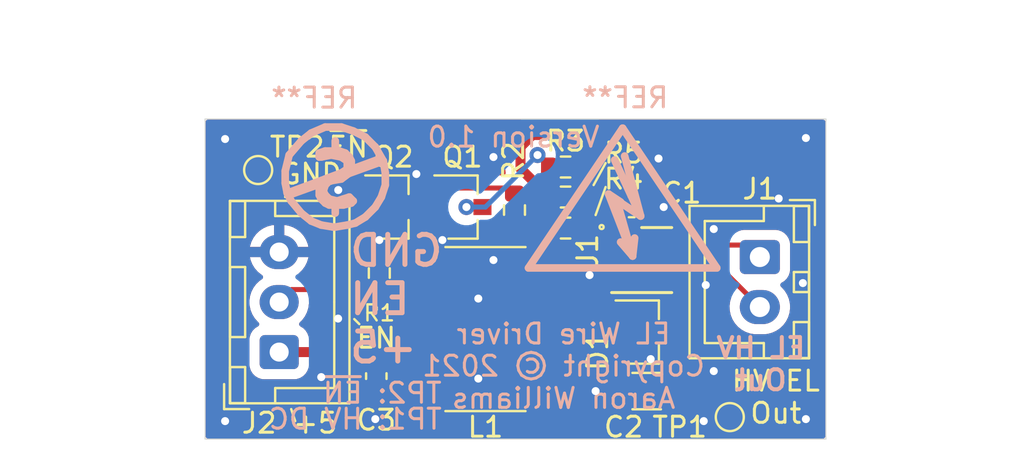
<source format=kicad_pcb>
(kicad_pcb (version 20221018) (generator pcbnew)
  (title_block (title "EL Driver") (date "2021-01-02") (rev "1.0") (company "Aaron Williams") (comment 1 "Copyright © 2021 Aaron Williams"))
  (layers (0 "F.Cu" signal) (31 "B.Cu" signal) (34 "B.Paste" user) (35 "F.Paste" user) (36 "B.SilkS" user "B.Silkscreen") (37 "F.SilkS" user "F.Silkscreen") (38 "B.Mask" user) (39 "F.Mask" user) (44 "Edge.Cuts" user))
  (net 0 "")
  (net 1 "+5V")
  (net 2 "/CS")
  (net 3 "Net-(D1-Pad2)")
  (net 4 "/SW")
  (net 5 "/EK_VB")
  (net 6 "/EL_VA")
  (net 7 "GND")
  (net 8 "/~{EN}")
  (net 9 "Net-(R3-Pad1)")
  (net 10 "Net-(R4-Pad1)")
  (net 11 "/EN")
  (net 12 "Net-(Q1-Pad3)")
  (footprint "Capacitor_SMD:C_0603_1608Metric" (layer "F.Cu") (at 90.3 52.4)
    (fp_text reference "C1" (at 2.5 -0.7) (layer "F.SilkS"))
    (fp_text value "2.2uF")
    (fp_line (start -0.14058 -0.51) (end 0.14058 -0.51) (stroke (width 0.12)) (layer "F.SilkS"))
    (fp_line (start -0.14058 0.51) (end 0.14058 0.51) (stroke (width 0.12)) (layer "F.SilkS"))
    (pad "1" smd roundrect (at -0.775 0) (size 0.9 0.95) (layers "F.Cu" "F.Paste" "F.Mask") (net 1 "+5V"))
    (pad "2" smd roundrect (at 0.775 0) (size 0.9 0.95) (layers "F.Cu" "F.Paste" "F.Mask") (net 7 "GND"))
  )
  (footprint "Capacitor_SMD:C_1206_3216Metric" (layer "F.Cu") (at 91.05 61.6 180)
    (fp_text reference "C2" (at 1.15 -1.8) (layer "F.SilkS"))
    (fp_text value "0.015uF 250V")
    (fp_line (start -0.711252 -0.91) (end 0.711252 -0.91) (stroke (width 0.12)) (layer "F.SilkS"))
    (fp_line (start -0.711252 0.91) (end 0.711252 0.91) (stroke (width 0.12)) (layer "F.SilkS"))
    (pad "1" smd roundrect (at -1.475 0 180) (size 1.15 1.8) (layers "F.Cu" "F.Paste" "F.Mask") (roundrect_rratio 0.217391) (net 2 "/CS"))
    (pad "2" smd roundrect (at 1.475 0 180) (size 1.15 1.8) (layers "F.Cu" "F.Paste" "F.Mask") (roundrect_rratio 0.217391) (net 7 "GND"))
  )
  (footprint "Package_TO_SOT_SMD:SOT-23" (layer "F.Cu") (at 90.9 58.65)
    (fp_text reference "D1" (at -2.3 0.95 90) (layer "F.SilkS"))
    (fp_text value "BAS20")
    (fp_line (start 0.76 -1.58) (end -1.4 -1.58) (stroke (width 0.12)) (layer "F.SilkS"))
    (fp_line (start 0.76 -1.58) (end 0.76 -0.65) (stroke (width 0.12)) (layer "F.SilkS"))
    (fp_line (start 0.76 1.58) (end -0.7 1.58) (stroke (width 0.12)) (layer "F.SilkS"))
    (fp_line (start 0.76 1.58) (end 0.76 0.65) (stroke (width 0.12)) (layer "F.SilkS"))
    (pad "1" smd rect (at -1 -0.95) (size 0.9 0.8) (layers "F.Cu" "F.Paste" "F.Mask") (net 4 "/SW"))
    (pad "2" smd rect (at -1 0.95) (size 0.9 0.8) (layers "F.Cu" "F.Paste" "F.Mask") (net 3 "Net-(D1-Pad2)"))
    (pad "3" smd rect (at 1 0) (size 0.9 0.8) (layers "F.Cu" "F.Paste" "F.Mask") (net 2 "/CS"))
  )
  (footprint "Connector_JST:JST_XH_B2B-XH-A_1x02_P2.50mm_Vertical" (layer "F.Cu") (at 96.7 54.9 -90)
    (fp_text reference "J1" (at -3.4 0 180) (layer "F.SilkS"))
    (fp_text value "Conn_01x02")
    (fp_line (start -2.85 -2.75) (end -2.85 -1.5) (stroke (width 0.12)) (layer "F.SilkS"))
    (fp_line (start -2.56 -2.46) (end -2.56 3.51) (stroke (width 0.12)) (layer "F.SilkS"))
    (fp_line (start -2.56 3.51) (end 5.06 3.51) (stroke (width 0.12)) (layer "F.SilkS"))
    (fp_line (start -2.55 -2.45) (end -2.55 -1.7) (stroke (width 0.12)) (layer "F.SilkS"))
    (fp_line (start -2.55 -1.7) (end -0.75 -1.7) (stroke (width 0.12)) (layer "F.SilkS"))
    (fp_line (start -2.55 -0.2) (end -1.8 -0.2) (stroke (width 0.12)) (layer "F.SilkS"))
    (fp_line (start -1.8 -0.2) (end -1.8 2.75) (stroke (width 0.12)) (layer "F.SilkS"))
    (fp_line (start -1.8 2.75) (end 1.25 2.75) (stroke (width 0.12)) (layer "F.SilkS"))
    (fp_line (start -1.6 -2.75) (end -2.85 -2.75) (stroke (width 0.12)) (layer "F.SilkS"))
    (fp_line (start -0.75 -2.45) (end -2.55 -2.45) (stroke (width 0.12)) (layer "F.SilkS"))
    (fp_line (start -0.75 -1.7) (end -0.75 -2.45) (stroke (width 0.12)) (layer "F.SilkS"))
    (fp_line (start 0.75 -2.45) (end 0.75 -1.7) (stroke (width 0.12)) (layer "F.SilkS"))
    (fp_line (start 0.75 -1.7) (end 1.75 -1.7) (stroke (width 0.12)) (layer "F.SilkS"))
    (fp_line (start 1.75 -2.45) (end 0.75 -2.45) (stroke (width 0.12)) (layer "F.SilkS"))
    (fp_line (start 1.75 -1.7) (end 1.75 -2.45) (stroke (width 0.12)) (layer "F.SilkS"))
    (fp_line (start 3.25 -2.45) (end 3.25 -1.7) (stroke (width 0.12)) (layer "F.SilkS"))
    (fp_line (start 3.25 -1.7) (end 5.05 -1.7) (stroke (width 0.12)) (layer "F.SilkS"))
    (fp_line (start 4.3 -0.2) (end 4.3 2.75) (stroke (width 0.12)) (layer "F.SilkS"))
    (fp_line (start 4.3 2.75) (end 1.25 2.75) (stroke (width 0.12)) (layer "F.SilkS"))
    (fp_line (start 5.05 -2.45) (end 3.25 -2.45) (stroke (width 0.12)) (layer "F.SilkS"))
    (fp_line (start 5.05 -1.7) (end 5.05 -2.45) (stroke (width 0.12)) (layer "F.SilkS"))
    (fp_line (start 5.05 -0.2) (end 4.3 -0.2) (stroke (width 0.12)) (layer "F.SilkS"))
    (fp_line (start 5.06 -2.46) (end -2.56 -2.46) (stroke (width 0.12)) (layer "F.SilkS"))
    (fp_line (start 5.06 3.51) (end 5.06 -2.46) (stroke (width 0.12)) (layer "F.SilkS"))
    (pad "1" thru_hole roundrect (at 0 0 270) (size 1.7 2) (drill 1) (layers "*.Cu" "*.Mask") (roundrect_rratio 0.147059) (net 6 "/EL_VA"))
    (pad "2" thru_hole oval (at 2.5 0 270) (size 1.7 2) (drill 1) (layers "*.Cu" "*.Mask") (net 5 "/EK_VB"))
  )
  (footprint "Resistor_SMD:R_0603_1608Metric" (layer "F.Cu") (at 77.7 55.7 -90)
    (fp_text reference "R1" (at 2 0 180) (layer "F.SilkS") (effects (font (size 0.8 0.8) (thickness 0.12))))
    (fp_text value "1M")
    (fp_line (start -0.237258 -0.5225) (end 0.237258 -0.5225) (stroke (width 0.12)) (layer "F.SilkS"))
    (fp_line (start -0.237258 0.5225) (end 0.237258 0.5225) (stroke (width 0.12)) (layer "F.SilkS"))
    (pad "1" smd roundrect (at -0.825 0 270) (size 0.8 0.95) (layers "F.Cu" "F.Paste" "F.Mask") (net 7 "GND"))
    (pad "2" smd roundrect (at 0.825 0 270) (size 0.8 0.95) (layers "F.Cu" "F.Paste" "F.Mask") (net 11 "/EN"))
  )
  (footprint "Resistor_SMD:R_0603_1608Metric" (layer "F.Cu") (at 87 50.4 180)
    (fp_text reference "R3" (at 0 1.3) (layer "F.SilkS"))
    (fp_text value "309K")
    (fp_line (start -0.237258 -0.5225) (end 0.237258 -0.5225) (stroke (width 0.12)) (layer "F.SilkS"))
    (fp_line (start -0.237258 0.5225) (end 0.237258 0.5225) (stroke (width 0.12)) (layer "F.SilkS"))
    (pad "1" smd roundrect (at -0.825 0 180) (size 0.8 0.95) (layers "F.Cu" "F.Paste" "F.Mask") (net 9 "Net-(R3-Pad1)"))
    (pad "2" smd roundrect (at 0.825 0 180) (size 0.8 0.95) (layers "F.Cu" "F.Paste" "F.Mask") (net 12 "Net-(Q1-Pad3)"))
  )
  (footprint "Resistor_SMD:R_0603_1608Metric" (layer "F.Cu") (at 87 53.45 180)
    (fp_text reference "R4" (at -2.9 2.45 180) (layer "F.SilkS"))
    (fp_text value "1.69M")
    (fp_line (start -0.237258 -0.5225) (end 0.237258 -0.5225) (stroke (width 0.12)) (layer "F.SilkS"))
    (fp_line (start -0.237258 0.5225) (end 0.237258 0.5225) (stroke (width 0.12)) (layer "F.SilkS"))
    (pad "1" smd roundrect (at -0.825 0 180) (size 0.8 0.95) (layers "F.Cu" "F.Paste" "F.Mask") (net 10 "Net-(R4-Pad1)"))
    (pad "2" smd roundrect (at 0.825 0 180) (size 0.8 0.95) (layers "F.Cu" "F.Paste" "F.Mask") (net 1 "+5V"))
  )
  (footprint "Package_DFN_QFN:DFN-8-1EP_3x3mm_P0.5mm_EP1.66x2.38mm" (layer "F.Cu") (at 90.8 55.05)
    (fp_text reference "U1" (at -2.7 -0.3 90) (layer "F.SilkS"))
    (fp_text value "MIC4832")
    (fp_line (start -1.5 1.625) (end 1.5 1.625) (stroke (width 0.15)) (layer "F.SilkS"))
    (fp_line (start 0 -1.625) (end 1.5 -1.625) (stroke (width 0.15)) (layer "F.SilkS"))
    (pad "1" smd rect (at -1.4 -0.75) (size 0.7 0.25) (layers "F.Cu" "F.Paste" "F.Mask") (net 1 "+5V"))
    (pad "2" smd rect (at -1.4 -0.25) (size 0.7 0.25) (layers "F.Cu" "F.Paste" "F.Mask") (net 9 "Net-(R3-Pad1)"))
    (pad "3" smd rect (at -1.4 0.25) (size 0.7 0.25) (layers "F.Cu" "F.Paste" "F.Mask") (net 10 "Net-(R4-Pad1)"))
    (pad "4" smd rect (at -1.4 0.75) (size 0.7 0.25) (layers "F.Cu" "F.Paste" "F.Mask") (net 7 "GND"))
    (pad "5" smd rect (at 1.4 0.75) (size 0.7 0.25) (layers "F.Cu" "F.Paste" "F.Mask") (net 4 "/SW"))
    (pad "6" smd rect (at 1.4 0.25) (size 0.7 0.25) (layers "F.Cu" "F.Paste" "F.Mask") (net 2 "/CS"))
    (pad "7" smd rect (at 1.4 -0.25) (size 0.7 0.25) (layers "F.Cu" "F.Paste" "F.Mask") (net 5 "/EK_VB"))
    (pad "8" smd rect (at 1.4 -0.75) (size 0.7 0.25) (layers "F.Cu" "F.Paste" "F.Mask") (net 6 "/EL_VA"))
    (pad "9" smd rect (at 0 0) (size 1.66 2.38) (layers "F.Cu" "F.Mask"))
  )
  (footprint "Inductor_SMD:L_Bourns_SRN8040TA" (layer "F.Cu") (at 83 58.5)
    (fp_text reference "L1" (at 0 4.9 180) (layer "F.SilkS"))
    (fp_text value "220uH")
    (fp_line (start 2 -4.1) (end -2 -4.1) (stroke (width 0.12)) (layer "F.SilkS"))
    (fp_line (start 2 4.1) (end -2 4.1) (stroke (width 0.12)) (layer "F.SilkS"))
    (pad "1" smd rect (at -2.825 0 270) (size 6.6 2.85) (layers "F.Cu" "F.Paste" "F.Mask") (net 1 "+5V"))
    (pad "2" smd rect (at 2.825 0 270) (size 6.6 2.85) (layers "F.Cu" "F.Paste" "F.Mask") (net 4 "/SW"))
  )
  (footprint "Connector_JST:JST_XH_B3B-XH-A_1x03_P2.50mm_Vertical" (layer "F.Cu") (at 72.7 59.65 90)
    (fp_text reference "J2" (at -3.55 -1 180) (layer "F.SilkS"))
    (fp_text value "Conn_01x03")
    (fp_line (start -2.85 -2.75) (end -2.85 -1.5) (stroke (width 0.12)) (layer "F.SilkS"))
    (fp_line (start -2.56 -2.46) (end -2.56 3.51) (stroke (width 0.12)) (layer "F.SilkS"))
    (fp_line (start -2.56 3.51) (end 7.56 3.51) (stroke (width 0.12)) (layer "F.SilkS"))
    (fp_line (start -2.55 -2.45) (end -2.55 -1.7) (stroke (width 0.12)) (layer "F.SilkS"))
    (fp_line (start -2.55 -1.7) (end -0.75 -1.7) (stroke (width 0.12)) (layer "F.SilkS"))
    (fp_line (start -2.55 -0.2) (end -1.8 -0.2) (stroke (width 0.12)) (layer "F.SilkS"))
    (fp_line (start -1.8 -0.2) (end -1.8 2.75) (stroke (width 0.12)) (layer "F.SilkS"))
    (fp_line (start -1.8 2.75) (end 2.5 2.75) (stroke (width 0.12)) (layer "F.SilkS"))
    (fp_line (start -1.6 -2.75) (end -2.85 -2.75) (stroke (width 0.12)) (layer "F.SilkS"))
    (fp_line (start -0.75 -2.45) (end -2.55 -2.45) (stroke (width 0.12)) (layer "F.SilkS"))
    (fp_line (start -0.75 -1.7) (end -0.75 -2.45) (stroke (width 0.12)) (layer "F.SilkS"))
    (fp_line (start 0.75 -2.45) (end 0.75 -1.7) (stroke (width 0.12)) (layer "F.SilkS"))
    (fp_line (start 0.75 -1.7) (end 4.25 -1.7) (stroke (width 0.12)) (layer "F.SilkS"))
    (fp_line (start 4.25 -2.45) (end 0.75 -2.45) (stroke (width 0.12)) (layer "F.SilkS"))
    (fp_line (start 4.25 -1.7) (end 4.25 -2.45) (stroke (width 0.12)) (layer "F.SilkS"))
    (fp_line (start 5.75 -2.45) (end 5.75 -1.7) (stroke (width 0.12)) (layer "F.SilkS"))
    (fp_line (start 5.75 -1.7) (end 7.55 -1.7) (stroke (width 0.12)) (layer "F.SilkS"))
    (fp_line (start 6.8 -0.2) (end 6.8 2.75) (stroke (width 0.12)) (layer "F.SilkS"))
    (fp_line (start 6.8 2.75) (end 2.5 2.75) (stroke (width 0.12)) (layer "F.SilkS"))
    (fp_line (start 7.55 -2.45) (end 5.75 -2.45) (stroke (width 0.12)) (layer "F.SilkS"))
    (fp_line (start 7.55 -1.7) (end 7.55 -2.45) (stroke (width 0.12)) (layer "F.SilkS"))
    (fp_line (start 7.55 -0.2) (end 6.8 -0.2) (stroke (width 0.12)) (layer "F.SilkS"))
    (fp_line (start 7.56 -2.46) (end -2.56 -2.46) (stroke (width 0.12)) (layer "F.SilkS"))
    (fp_line (start 7.56 3.51) (end 7.56 -2.46) (stroke (width 0.12)) (layer "F.SilkS"))
    (pad "1" thru_hole roundrect (at 0 0 90) (size 1.7 1.95) (drill 0.95) (layers "*.Cu" "*.Mask") (roundrect_rratio 0.147059) (net 1 "+5V"))
    (pad "2" thru_hole oval (at 2.5 0 90) (size 1.7 1.95) (drill 0.95) (layers "*.Cu" "*.Mask") (net 11 "/EN"))
    (pad "3" thru_hole oval (at 5 0 90) (size 1.7 1.95) (drill 0.95) (layers "*.Cu" "*.Mask") (net 7 "GND"))
  )
  (footprint "TestPoint:TestPoint_Pad_D1.0mm" (layer "F.Cu") (at 95.2 62.9)
    (fp_text reference "TP1" (at -2.5 0.5) (layer "F.SilkS"))
    (fp_text value "TestPoint_Small")
    (fp_circle (center 0 0) (end 0 0.7) (stroke (width 0.12)) (fill none) (layer "F.SilkS"))
    (pad "1" smd circle (at 0 0) (size 1 1) (layers "F.Cu" "F.Mask") (net 2 "/CS"))
  )
  (footprint "Package_TO_SOT_SMD:SOT-23" (layer "F.Cu") (at 81.85 52.4)
    (fp_text reference "Q1" (at 0 -2.5) (layer "F.SilkS"))
    (fp_text value "BSS138")
    (fp_line (start 0.76 -1.58) (end -1.4 -1.58) (stroke (width 0.12)) (layer "F.SilkS"))
    (fp_line (start 0.76 -1.58) (end 0.76 -0.65) (stroke (width 0.12)) (layer "F.SilkS"))
    (fp_line (start 0.76 1.58) (end -0.7 1.58) (stroke (width 0.12)) (layer "F.SilkS"))
    (fp_line (start 0.76 1.58) (end 0.76 0.65) (stroke (width 0.12)) (layer "F.SilkS"))
    (pad "1" smd rect (at -1 -0.95) (size 0.9 0.8) (layers "F.Cu" "F.Paste" "F.Mask") (net 8 "/~{EN}"))
    (pad "2" smd rect (at -1 0.95) (size 0.9 0.8) (layers "F.Cu" "F.Paste" "F.Mask") (net 7 "GND"))
    (pad "3" smd rect (at 1 0) (size 0.9 0.8) (layers "F.Cu" "F.Paste" "F.Mask") (net 12 "Net-(Q1-Pad3)"))
  )
  (footprint "Package_TO_SOT_SMD:SOT-23" (layer "F.Cu") (at 78.4 52.4)
    (fp_text reference "Q2" (at 0 -2.5) (layer "F.SilkS"))
    (fp_text value "BSS138")
    (fp_line (start 0.76 -1.58) (end -1.4 -1.58) (stroke (width 0.12)) (layer "F.SilkS"))
    (fp_line (start 0.76 -1.58) (end 0.76 -0.65) (stroke (width 0.12)) (layer "F.SilkS"))
    (fp_line (start 0.76 1.58) (end -0.7 1.58) (stroke (width 0.12)) (layer "F.SilkS"))
    (fp_line (start 0.76 1.58) (end 0.76 0.65) (stroke (width 0.12)) (layer "F.SilkS"))
    (pad "1" smd rect (at -1 -0.95) (size 0.9 0.8) (layers "F.Cu" "F.Paste" "F.Mask") (net 11 "/EN"))
    (pad "2" smd rect (at -1 0.95) (size 0.9 0.8) (layers "F.Cu" "F.Paste" "F.Mask") (net 7 "GND"))
    (pad "3" smd rect (at 1 0) (size 0.9 0.8) (layers "F.Cu" "F.Paste" "F.Mask") (net 8 "/~{EN}"))
  )
  (footprint "Resistor_SMD:R_0603_1608Metric" (layer "F.Cu") (at 84.45 52.55 -90)
    (fp_text reference "R2" (at -2.45 0.05 270) (layer "F.SilkS"))
    (fp_text value "1M")
    (fp_line (start -0.237258 -0.5225) (end 0.237258 -0.5225) (stroke (width 0.12)) (layer "F.SilkS"))
    (fp_line (start -0.237258 0.5225) (end 0.237258 0.5225) (stroke (width 0.12)) (layer "F.SilkS"))
    (pad "1" smd roundrect (at -0.825 0 270) (size 0.8 0.95) (layers "F.Cu" "F.Paste" "F.Mask") (net 8 "/~{EN}"))
    (pad "2" smd roundrect (at 0.825 0 270) (size 0.8 0.95) (layers "F.Cu" "F.Paste" "F.Mask") (net 1 "+5V"))
  )
  (footprint "TestPoint:TestPoint_Pad_D1.0mm" (layer "F.Cu") (at 71.65 50.55)
    (fp_text reference "TP2" (at 1.95 -1.15) (layer "F.SilkS"))
    (fp_text value "TestPoint")
    (fp_circle (center 0 0) (end 0 0.7) (stroke (width 0.12)) (fill none) (layer "F.SilkS"))
    (pad "1" smd circle (at 0 0) (size 1 1) (layers "F.Cu" "F.Mask") (net 8 "/~{EN}"))
  )
  (footprint "Resistor_SMD:R_0603_1608Metric" (layer "F.Cu") (at 87 51.9 180)
    (fp_text reference "R5" (at -2.9 2.2) (layer "F.SilkS"))
    (fp_text value "1K")
    (fp_line (start -0.237258 -0.5225) (end 0.237258 -0.5225) (stroke (width 0.12)) (layer "F.SilkS"))
    (fp_line (start -0.237258 0.5225) (end 0.237258 0.5225) (stroke (width 0.12)) (layer "F.SilkS"))
    (pad "1" smd roundrect (at -0.825 0 180) (size 0.8 0.95) (layers "F.Cu" "F.Paste" "F.Mask") (net 12 "Net-(Q1-Pad3)"))
    (pad "2" smd roundrect (at 0.825 0 180) (size 0.8 0.95) (layers "F.Cu" "F.Paste" "F.Mask") (net 1 "+5V"))
  )
  (footprint "Capacitor_SMD:C_0603_1608Metric" (layer "F.Cu") (at 77.55 60.85 -90)
    (fp_text reference "C3" (at 2.2 0 180) (layer "F.SilkS"))
    (fp_text value "10uF")
    (fp_line (start -0.14058 -0.51) (end 0.14058 -0.51) (stroke (width 0.12)) (layer "F.SilkS"))
    (fp_line (start -0.14058 0.51) (end 0.14058 0.51) (stroke (width 0.12)) (layer "F.SilkS"))
    (pad "1" smd roundrect (at -0.775 0 270) (size 0.9 0.95) (layers "F.Cu" "F.Paste" "F.Mask") (net 1 "+5V"))
    (pad "2" smd roundrect (at 0.775 0 270) (size 0.9 0.95) (layers "F.Cu" "F.Paste" "F.Mask") (net 7 "GND"))
  )
  (footprint "Aaron:Symbol_CC-Noncommercial_SilkscreenTop_Small" (layer "B.Cu") (at 75.5 50.9)
    (fp_text reference "REF**" (at -1.05 -3.95) (layer "B.SilkS") (effects (justify mirror)))
    (fp_text value "Symbol_CC-Noncommercial_CopperTop_Small")
    (fp_line (start -2.49936 -0.29972) (end -2.30124 -1.09982) (stroke (width 0.381)) (layer "B.SilkS"))
    (fp_line (start -2.49936 0.29972) (end -2.49936 -0.29972) (stroke (width 0.381)) (layer "B.SilkS"))
    (fp_line (start -2.4003 0.8001) (end -2.49936 0.29972) (stroke (width 0.381)) (layer "B.SilkS"))
    (fp_line (start -2.4003 0.8001) (end 2.19964 -0.89916) (stroke (width 0.381)) (layer "B.SilkS"))
    (fp_line (start -2.30124 -1.09982) (end -1.69926 -1.80086) (stroke (width 0.381)) (layer "B.SilkS"))
    (fp_line (start -2.30124 0.89916) (end 2.4003 -0.8001) (stroke (width 0.381)) (layer "B.SilkS"))
    (fp_line (start -2.19964 1.19888) (end -2.4003 0.8001) (stroke (width 0.381)) (layer "B.SilkS"))
    (fp_line (start -1.69926 -1.80086) (end -1.19888 -2.19964) (stroke (width 0.381)) (layer "B.SilkS"))
    (fp_line (start -1.69926 1.80086) (end -2.19964 1.19888) (stroke (width 0.381)) (layer "B.SilkS"))
    (fp_line (start -1.19888 -2.19964) (end -0.50038 -2.49936) (stroke (width 0.381)) (layer "B.SilkS"))
    (fp_line (start -1.19888 2.19964) (end -1.69926 1.80086) (stroke (width 0.381)) (layer "B.SilkS"))
    (fp_line (start -0.8001 -1.19888) (end -0.50038 -1.30048) (stroke (width 0.381)) (layer "B.SilkS"))
    (fp_line (start -0.8001 -1.00076) (end -0.8001 -1.19888) (stroke (width 0.381)) (layer "B.SilkS"))
    (fp_line (start -0.8001 0.59944) (end -0.70104 0.29972) (stroke (width 0.381)) (layer "B.SilkS"))
    (fp_line (start -0.8001 0.89916) (end -0.8001 0.59944) (stroke (width 0.381)) (layer "B.SilkS"))
    (fp_line (start -0.70104 -1.00076) (end -0.8001 -1.00076) (stroke (width 0.381)) (layer "B.SilkS"))
    (fp_line (start -0.70104 0.29972) (end -0.50038 0.09906) (stroke (width 0.381)) (layer "B.SilkS"))
    (fp_line (start -0.70104 1.09982) (end -0.8001 0.89916) (stroke (width 0.381)) (layer "B.SilkS"))
    (fp_line (start -0.70104 2.4003) (end -1.19888 2.19964) (stroke (width 0.381)) (layer "B.SilkS"))
    (fp_line (start -0.59944 0.70104) (end -0.50038 0.89916) (stroke (width 0.381)) (layer "B.SilkS"))
    (fp_line (start -0.50038 -2.49936) (end 0.29972 -2.49936) (stroke (width 0.381)) (layer "B.SilkS"))
    (fp_line (start -0.50038 -1.30048) (end 0.20066 -1.30048) (stroke (width 0.381)) (layer "B.SilkS"))
    (fp_line (start -0.50038 0.09906) (end 0.29972 -0.20066) (stroke (width 0.381)) (layer "B.SilkS"))
    (fp_line (start -0.50038 0.39878) (end -0.59944 0.70104) (stroke (width 0.381)) (layer "B.SilkS"))
    (fp_line (start -0.50038 0.89916) (end -0.29972 1.09982) (stroke (width 0.381)) (layer "B.SilkS"))
    (fp_line (start -0.50038 1.30048) (end -0.70104 1.09982) (stroke (width 0.381)) (layer "B.SilkS"))
    (fp_line (start -0.29972 0.20066) (end -0.50038 0.39878) (stroke (width 0.381)) (layer "B.SilkS"))
    (fp_line (start -0.29972 1.09982) (end 0.09906 1.19888) (stroke (width 0.381)) (layer "B.SilkS"))
    (fp_line (start -0.29972 1.39954) (end -0.50038 1.30048) (stroke (width 0.381)) (layer "B.SilkS"))
    (fp_line (start -0.20066 -1.09982) (end -0.70104 -1.00076) (stroke (width 0.381)) (layer "B.SilkS"))
    (fp_line (start -0.09906 2.49936) (end -0.70104 2.4003) (stroke (width 0.381)) (layer "B.SilkS"))
    (fp_line (start 0 -1.80086) (end 0 -1.69926) (stroke (width 0.381)) (layer "B.SilkS"))
    (fp_line (start 0 -1.30048) (end 0 -1.80086) (stroke (width 0.381)) (layer "B.SilkS"))
    (fp_line (start 0 1.50114) (end 0 1.80086) (stroke (width 0.381)) (layer "B.SilkS"))
    (fp_line (start 0 2.49936) (end -0.09906 2.49936) (stroke (width 0.381)) (layer "B.SilkS"))
    (fp_line (start 0.09906 1.19888) (end 0.39878 1.09982) (stroke (width 0.381)) (layer "B.SilkS"))
    (fp_line (start 0.20066 -1.30048) (end 0.50038 -1.19888) (stroke (width 0.381)) (layer "B.SilkS"))
    (fp_line (start 0.29972 -2.49936) (end 0.89916 -2.30124) (stroke (width 0.381)) (layer "B.SilkS"))
    (fp_line (start 0.29972 -1.00076) (end -0.20066 -1.09982) (stroke (width 0.381)) (layer "B.SilkS"))
    (fp_line (start 0.29972 -0.20066) (end 0.59944 -0.39878) (stroke (width 0.381)) (layer "B.SilkS"))
    (fp_line (start 0.29972 0.09906) (end -0.29972 0.20066) (stroke (width 0.381)) (layer "B.SilkS"))
    (fp_line (start 0.39878 1.09982) (end 0.70104 1.00076) (stroke (width 0.381)) (layer "B.SilkS"))
    (fp_line (start 0.39878 1.39954) (end -0.29972 1.39954) (stroke (width 0.381)) (layer "B.SilkS"))
    (fp_line (start 0.50038 -1.19888) (end 0.70104 -1.00076) (stroke (width 0.381)) (layer "B.SilkS"))
    (fp_line (start 0.59944 -0.8001) (end 0.29972 -1.00076) (stroke (width 0.381)) (layer "B.SilkS"))
    (fp_line (start 0.59944 -0.39878) (end 0.59944 -0.8001) (stroke (width 0.381)) (layer "B.SilkS"))
    (fp_line (start 0.59944 2.4003) (end 0 2.49936) (stroke (width 0.381)) (layer "B.SilkS"))
    (fp_line (start 0.70104 -1.00076) (end 0.8001 -0.8001) (stroke (width 0.381)) (layer "B.SilkS"))
    (fp_line (start 0.70104 -0.20066) (end 0.29972 0.09906) (stroke (width 0.381)) (layer "B.SilkS"))
    (fp_line (start 0.70104 1.00076) (end 0.89916 1.19888) (stroke (width 0.381)) (layer "B.SilkS"))
    (fp_line (start 0.8001 -0.8001) (end 0.8001 -0.50038) (stroke (width 0.381)) (layer "B.SilkS"))
    (fp_line (start 0.8001 -0.50038) (end 0.70104 -0.20066) (stroke (width 0.381)) (layer "B.SilkS"))
    (fp_line (start 0.8001 1.30048) (end 0.39878 1.39954) (stroke (width 0.381)) (layer "B.SilkS"))
    (fp_line (start 0.89916 -2.30124) (end 1.50114 -1.99898) (stroke (width 0.381)) (layer "B.SilkS"))
    (fp_line (start 0.89916 1.19888) (end 0.8001 1.30048) (stroke (width 0.381)) (layer "B.SilkS"))
    (fp_line (start 1.00076 2.30124) (end 0.59944 2.4003) (stroke (width 0.381)) (layer "B.SilkS"))
    (fp_line (start 1.50114 -1.99898) (end 1.99898 -1.50114) (stroke (width 0.381)) (layer "B.SilkS"))
    (fp_line (start 1.50114 1.99898) (end 1.00076 2.30124) (stroke (width 0.381)) (layer "B.SilkS"))
    (fp_line (start 1.99898 -1.50114) (end 2.4003 -0.8001) (stroke (width 0.381)) (layer "B.SilkS"))
    (fp_line (start 1.99898 1.50114) (end 1.50114 1.99898) (stroke (width 0.381)) (layer "B.SilkS"))
    (fp_line (start 2.30124 1.00076) (end 1.99898 1.50114) (stroke (width 0.381)) (layer "B.SilkS"))
    (fp_line (start 2.4003 -0.8001) (end 2.49936 -0.20066) (stroke (width 0.381)) (layer "B.SilkS"))
    (fp_line (start 2.49936 -0.20066) (end 2.49936 0.39878) (stroke (width 0.381)) (layer "B.SilkS"))
    (fp_line (start 2.49936 0.39878) (end 2.30124 1.00076) (stroke (width 0.381)) (layer "B.SilkS"))
  )
  (footprint "Aaron:Symbol_HighVoltage_Type2_SilkscreenTop_VerySmall" (layer "B.Cu") (at 89.85 52.65 180)
    (fp_text reference "REF**" (at -0.127 5.715) (layer "B.SilkS") (effects (justify mirror)))
    (fp_text value "Symbol_HighVoltage_Type2_SilkscreenTop_VerySmall")
    (fp_line (start -4.699 -2.794) (end 0 4.191) (stroke (width 0.381)) (layer "B.SilkS"))
    (fp_line (start -0.89916 -0.20066) (end 0.29972 0.59944) (stroke (width 0.381)) (layer "B.SilkS"))
    (fp_line (start -0.89916 -0.20066) (end 0.40132 2.60096) (stroke (width 0.381)) (layer "B.SilkS"))
    (fp_line (start -0.49784 -2.19964) (end -0.59944 -1.30048) (stroke (width 0.381)) (layer "B.SilkS"))
    (fp_line (start -0.49784 -2.19964) (end 0.1016 -1.50114) (stroke (width 0.381)) (layer "B.SilkS"))
    (fp_line (start -0.49784 -2.19964) (end 0.70104 0.89916) (stroke (width 0.381)) (layer "B.SilkS"))
    (fp_line (start -0.09906 2.79908) (end -0.89916 -0.20066) (stroke (width 0.381)) (layer "B.SilkS"))
    (fp_line (start 0 4.191) (end 4.699 -2.794) (stroke (width 0.381)) (layer "B.SilkS"))
    (fp_line (start 0.29972 0.59944) (end -0.49784 -2.19964) (stroke (width 0.381)) (layer "B.SilkS"))
    (fp_line (start 0.70104 0.89916) (end 0.1016 0.50038) (stroke (width 0.381)) (layer "B.SilkS"))
    (fp_line (start 4.699 -2.794) (end -4.699 -2.794) (stroke (width 0.381)) (layer "B.SilkS"))
  )
  (gr_line (start 88.5 52.8) (end 89 51.4) (stroke (width 0.12)) (layer "F.SilkS"))
  (gr_line (start 73.1 51.4) (end 73 51.9) (stroke (width 0.12)) (layer "F.SilkS"))
  (gr_line (start 88.4 51.3) (end 89 50.2) (stroke (width 0.12)) (layer "F.SilkS"))
  (gr_circle (center 88.8 53.4) (end 88.8 53.3) (stroke (width 0.12)) (fill none) (layer "F.SilkS"))
  (gr_line (start 73.5 63.1) (end 73.3 62.5) (stroke (width 0.12)) (layer "F.SilkS"))
  (gr_line (start 76.7 58.25) (end 76.45 58) (stroke (width 0.12)) (layer "F.SilkS"))
  (gr_line (start 69 64) (end 69 48) (stroke (width 0.05)) (layer "Edge.Cuts"))
  (gr_line (start 100 48) (end 100 64) (stroke (width 0.05)) (layer "Edge.Cuts"))
  (gr_line (start 69 48) (end 100 48) (stroke (width 0.05)) (layer "Edge.Cuts"))
  (gr_line (start 100 64) (end 69 64) (stroke (width 0.05)) (layer "Edge.Cuts"))
  (gr_text "EL Wire Driver\nCopyright © 2021\nAaron Williams" (at 86.9 60.35) (layer "B.SilkS") (effects (font (size 1 1)) (justify mirror)))
  (gr_text "EL HV\nOut" (at 96.75 60.25) (layer "B.SilkS") (effects (font (size 1 1) (thickness 0.2)) (justify mirror)))
  (gr_text "TP1: HV DC" (at 76.5 63) (layer "B.SilkS") (effects (font (size 1 1)) (justify mirror)))
  (gr_text "Version 1.0" (at 84.4 48.9) (layer "B.SilkS") (effects (font (size 1 1)) (justify mirror)))
  (gr_text "GND\nEN\n+5" (at 76.1 57) (layer "B.SilkS") (effects (font (size 1.5 1.5) (thickness 0.25)) (justify right mirror)))
  (gr_text "TP2: ~{EN}" (at 77.85 61.7) (layer "B.SilkS") (effects (font (size 1 1)) (justify mirror)))
  (gr_text "GND" (at 74.3 50.75) (layer "F.SilkS") (effects (font (size 1 1))))
  (gr_text "~{EN}" (at 76.15 49.4) (layer "F.SilkS") (effects (font (size 1 1))))
  (gr_text "EN" (at 77.55 58.95) (layer "F.SilkS") (effects (font (size 1 1))))
  (gr_text "+5" (at 74.5 63.2) (layer "F.SilkS") (effects (font (size 1 1))))
  (gr_text "HV EL\nOut" (at 97.5 61.9) (layer "F.SilkS") (effects (font (size 1 1))))
  (segment (start 88.1 48.8) (end 89.525 50.225) (width 0.5) (layer "F.Cu") (net 1))
  (segment (start 84.45 53.375) (end 86.1 53.375) (width 0.5) (layer "F.Cu") (net 1))
  (segment (start 80.175 56.425) (end 83.225 53.375) (width 0.5) (layer "F.Cu") (net 1))
  (segment (start 78.6 60.075) (end 80.175 58.5) (width 0.5) (layer "F.Cu") (net 1))
  (segment (start 84.749999 49.391999) (end 85.341998 48.8) (width 0.5) (layer "F.Cu") (net 1))
  (segment (start 72.7 59.65) (end 77.125 59.65) (width 0.5) (layer "F.Cu") (net 1))
  (segment (start 86.175 53.45) (end 86.175 51.9) (width 0.5) (layer "F.Cu") (net 1))
  (segment (start 77.55 60.075) (end 78.6 60.075) (width 0.5) (layer "F.Cu") (net 1))
  (segment (start 85.341998 48.8) (end 88.1 48.8) (width 0.5) (layer "F.Cu") (net 1))
  (segment (start 89.525 50.225) (end 89.525 52.4) (width 0.5) (layer "F.Cu") (net 1))
  (segment (start 86.175 51.9) (end 84.749999 50.474999) (width 0.5) (layer "F.Cu") (net 1))
  (segment (start 80.175 58.5) (end 80.175 56.425) (width 0.5) (layer "F.Cu") (net 1))
  (segment (start 86.1 53.375) (end 86.175 53.45) (width 0.5) (layer "F.Cu") (net 1))
  (segment (start 89.4 52.525) (end 89.525 52.4) (width 0.25) (layer "F.Cu") (net 1))
  (segment (start 84.749999 50.474999) (end 84.749999 49.391999) (width 0.5) (layer "F.Cu") (net 1))
  (segment (start 86.175 53.45) (end 86.175 53.167478) (width 0.25) (layer "F.Cu") (net 1))
  (segment (start 89.4 54.3) (end 89.4 52.525) (width 0.25) (layer "F.Cu") (net 1))
  (segment (start 84.651721 53.576721) (end 84.45 53.375) (width 0.25) (layer "F.Cu") (net 1))
  (segment (start 79.025 59.65) (end 80.175 58.5) (width 0.5) (layer "F.Cu") (net 1))
  (segment (start 83.225 53.375) (end 84.45 53.375) (width 0.5) (layer "F.Cu") (net 1))
  (segment (start 77.125 59.65) (end 77.55 60.075) (width 0.5) (layer "F.Cu") (net 1))
  (segment (start 93 55.6) (end 93 57.55) (width 0.25) (layer "F.Cu") (net 2))
  (segment (start 94 61.7) (end 92.625 61.7) (width 0.25) (layer "F.Cu") (net 2))
  (segment (start 92.525 59.275) (end 91.9 58.65) (width 0.25) (layer "F.Cu") (net 2))
  (segment (start 95.2 62.9) (end 94 61.7) (width 0.25) (layer "F.Cu") (net 2))
  (segment (start 92.625 61.7) (end 92.525 61.6) (width 0.25) (layer "F.Cu") (net 2))
  (segment (start 92.525 61.6) (end 92.525 59.275) (width 0.25) (layer "F.Cu") (net 2))
  (segment (start 92.7 55.3) (end 93 55.6) (width 0.25) (layer "F.Cu") (net 2))
  (segment (start 93 57.55) (end 91.9 58.65) (width 0.25) (layer "F.Cu") (net 2))
  (segment (start 92.2 55.3) (end 92.7 55.3) (width 0.25) (layer "F.Cu") (net 2))
  (segment (start 85.825 58.5) (end 89.1 58.5) (width 0.5) (layer "F.Cu") (net 4))
  (segment (start 92.2 56.255002) (end 90.755002 57.7) (width 0.25) (layer "F.Cu") (net 4))
  (segment (start 86.625 57.7) (end 85.825 58.5) (width 0.25) (layer "F.Cu") (net 4))
  (segment (start 90.755002 57.7) (end 89.9 57.7) (width 0.25) (layer "F.Cu") (net 4))
  (segment (start 89.1 58.5) (end 89.9 57.7) (width 0.5) (layer "F.Cu") (net 4))
  (segment (start 92.2 55.8) (end 92.2 56.255002) (width 0.25) (layer "F.Cu") (net 4))
  (segment (start 92.2 54.8) (end 94.1 54.8) (width 0.25) (layer "F.Cu") (net 5))
  (segment (start 94.1 54.8) (end 96.7 57.4) (width 0.25) (layer "F.Cu") (net 5))
  (segment (start 96.7 54.9) (end 96.1 54.3) (width 0.25) (layer "F.Cu") (net 6))
  (segment (start 96.1 54.3) (end 92.2 54.3) (width 0.25) (layer "F.Cu") (net 6))
  (segment (start 77.7 54.05) (end 77.7 53.65) (width 0.5) (layer "F.Cu") (net 7))
  (segment (start 89.575 61.6) (end 88.5 61.6) (width 0.5) (layer "F.Cu") (net 7))
  (segment (start 88.200519 55.8) (end 88.198936 55.801583) (width 0.25) (layer "F.Cu") (net 7))
  (segment (start 91.075 52.4) (end 91.9 52.4) (width 0.5) (layer "F.Cu") (net 7))
  (segment (start 89.4 55.8) (end 88.200519 55.8) (width 0.25) (layer "F.Cu") (net 7))
  (segment (start 77.7 54.875) (end 77.7 54.05) (width 0.5) (layer "F.Cu") (net 7))
  (segment (start 77.7 53.65) (end 77.4 53.35) (width 0.5) (layer "F.Cu") (net 7))
  (via (at 79.55 50.75) (size 0.8) (drill 0.4) (layers "F.Cu" "B.Cu") (net 7))
  (via (at 91.25 60) (size 0.8) (drill 0.4) (layers "F.Cu" "B.Cu") (net 7))
  (via (at 74.8 60.9) (size 0.8) (drill 0.4) (layers "F.Cu" "B.Cu") (net 7))
  (via (at 91.9 52.4) (size 0.8) (drill 0.4) (layers "F.Cu" "B.Cu") (net 7))
  (via (at 93.9 63.1) (size 0.8) (drill 0.4) (layers "F.Cu" "B.Cu") (net 7))
  (via (at 94.4 53.5) (size 0.8) (drill 0.4) (layers "F.Cu" "B.Cu") (net 7))
  (via (at 94.4 60.6) (size 0.8) (drill 0.4) (layers "F.Cu" "B.Cu") (net 7))
  (via (at 82.6425 56.974999) (size 0.8) (drill 0.4) (layers "F.Cu" "B.Cu") (net 7))
  (via (at 98.85 56.2) (size 0.8) (drill 0.4) (layers "F.Cu" "B.Cu") (net 7))
  (via (at 94 56.3) (size 0.8) (drill 0.4) (layers "F.Cu" "B.Cu") (net 7))
  (via (at 88.198936 55.801583) (size 0.8) (drill 0.4) (layers "F.Cu" "B.Cu") (net 7))
  (via (at 75.65 51.55) (size 0.8) (drill 0.4) (layers "F.Cu" "B.Cu") (net 7))
  (via (at 77.5 63) (size 0.8) (drill 0.4) (layers "F.Cu" "B.Cu") (net 7))
  (via (at 70 49) (size 0.8) (drill 0.4) (layers "F.Cu" "B.Cu") (net 7))
  (via (at 83.4 55.05) (size 0.8) (drill 0.4) (layers "F.Cu" "B.Cu") (net 7))
  (via (at 88.5 61.6) (size 0.8) (drill 0.4) (layers "F.Cu" "B.Cu") (net 7))
  (via (at 83.4 49.9) (size 0.8) (drill 0.4) (layers "F.Cu" "B.Cu") (net 7))
  (via (at 99 63) (size 0.8) (drill 0.4) (layers "F.Cu" "B.Cu") (net 7))
  (via (at 97.6425 51.974999) (size 0.8) (drill 0.4) (layers "F.Cu" "B.Cu") (net 7))
  (via (at 91.6425 49.974999) (size 0.8) (drill 0.4) (layers "F.Cu" "B.Cu") (net 7))
  (via (at 99 48.95) (size 0.8) (drill 0.4) (layers "F.Cu" "B.Cu") (net 7))
  (via (at 82.6425 60.974999) (size 0.8) (drill 0.4) (layers "F.Cu" "B.Cu") (net 7))
  (via (at 70 63.1) (size 0.8) (drill 0.4) (layers "F.Cu" "B.Cu") (net 7))
  (via (at 77.7 54.05) (size 0.8) (drill 0.4) (layers "F.Cu" "B.Cu") (net 7))
  (via (at 75.6425 57.974999) (size 0.8) (drill 0.4) (layers "F.Cu" "B.Cu") (net 7))
  (via (at 80.85 54.05) (size 0.8) (drill 0.4) (layers "F.Cu" "B.Cu") (net 7))
  (segment (start 80.35 51.45) (end 79.4 52.4) (width 0.25) (layer "F.Cu") (net 8))
  (segment (start 79.4 52.014998) (end 79.4 52.4) (width 0.25) (layer "F.Cu") (net 8))
  (segment (start 71.65 50.55) (end 77.935002 50.55) (width 0.25) (layer "F.Cu") (net 8))
  (segment (start 84.175 51.45) (end 80.85 51.45) (width 0.25) (layer "F.Cu") (net 8))
  (segment (start 80.85 51.45) (end 80.35 51.45) (width 0.25) (layer "F.Cu") (net 8))
  (segment (start 84.45 51.725) (end 84.175 51.45) (width 0.25) (layer "F.Cu") (net 8))
  (segment (start 77.935002 50.55) (end 79.4 52.014998) (width 0.25) (layer "F.Cu") (net 8))
  (segment (start 89.4 54.8) (end 89.350001 54.750001) (width 0.25) (layer "F.Cu") (net 9))
  (segment (start 89.350001 54.750001) (end 88.789999 54.750001) (width 0.25) (layer "F.Cu") (net 9))
  (segment (start 88.55001 54.510012) (end 88.55001 51.128771) (width 0.25) (layer "F.Cu") (net 9))
  (segment (start 88.55001 51.128771) (end 87.825 50.403761) (width 0.25) (layer "F.Cu") (net 9))
  (segment (start 88.789999 54.750001) (end 88.55001 54.510012) (width 0.25) (layer "F.Cu") (net 9))
  (segment (start 87.825 50.403761) (end 87.825 50.4) (width 0.25) (layer "F.Cu") (net 9))
  (segment (start 87.825 54.421413) (end 88.603599 55.200012) (width 0.25) (layer "F.Cu") (net 10))
  (segment (start 88.8 55.3) (end 89.4 55.3) (width 0.25) (layer "F.Cu") (net 10))
  (segment (start 87.9 53.475) (end 87.825 53.4) (width 0.25) (layer "F.Cu") (net 10))
  (segment (start 88.603599 55.200012) (end 88.700012 55.200012) (width 0.25) (layer "F.Cu") (net 10))
  (segment (start 88.700012 55.200012) (end 88.8 55.3) (width 0.25) (layer "F.Cu") (net 10))
  (segment (start 87.825 53.45) (end 87.825 54.421413) (width 0.25) (layer "F.Cu") (net 10))
  (segment (start 76.5 52.35) (end 77.4 51.45) (width 0.25) (layer "F.Cu") (net 11))
  (segment (start 73.325 56.525) (end 72.7 57.15) (width 0.25) (layer "F.Cu") (net 11))
  (segment (start 76.5 55.325) (end 76.5 52.35) (width 0.25) (layer "F.Cu") (net 11))
  (segment (start 77.7 56.525) (end 73.325 56.525) (width 0.25) (layer "F.Cu") (net 11))
  (segment (start 77.7 56.525) (end 76.5 55.325) (width 0.25) (layer "F.Cu") (net 11))
  (segment (start 87.825 51.9) (end 87.675 51.9) (width 0.25) (layer "F.Cu") (net 12))
  (segment (start 87.675 51.9) (end 86.175 50.4) (width 0.25) (layer "F.Cu") (net 12))
  (segment (start 86.175 50.375) (end 85.6 49.8) (width 0.25) (layer "F.Cu") (net 12))
  (segment (start 86.175 50.4) (end 86.175 50.375) (width 0.25) (layer "F.Cu") (net 12))
  (segment (start 82.05 52.4) (end 82.85 52.4) (width 0.25) (layer "F.Cu") (net 12))
  (via (at 82.05 52.4) (size 0.8) (drill 0.4) (layers "F.Cu" "B.Cu") (net 12))
  (via (at 85.6 49.8) (size 0.8) (drill 0.4) (layers "F.Cu" "B.Cu") (net 12))
  (segment (start 82.05 52.4) (end 83 52.4) (width 0.25) (layer "B.Cu") (net 12))
  (segment (start 83 52.4) (end 85.6 49.8) (width 0.25) (layer "B.Cu") (net 12))
  (zone (net 7) (net_name "GND") (layer "F.Cu") (priority 3) (connect_pads (clearance 0.508)) (min_thickness 0.254) (fill yes (thermal_gap 0.508) (thermal_bridge_width 0.508))
    (polygon (pts (xy 92.3 62) (xy 83.9 62) (xy 83.9 51.7) (xy 92.3 51.7)))
  )
  (zone (net 7) (net_name "GND") (layer "F.Cu") (connect_pads (clearance 0.508)) (min_thickness 0.254) (fill yes (thermal_gap 0.508) (thermal_bridge_width 0.508))
    (polygon (pts (xy 100 64) (xy 69 64) (xy 69 48) (xy 100 48)))
  )
  (zone (net 7) (net_name "GND") (layer "B.Cu") (connect_pads (clearance 0.508)) (min_thickness 0.254) (fill yes (thermal_gap 0.508) (thermal_bridge_width 0.508))
    (polygon (pts (xy 100 64) (xy 69 64) (xy 69 48) (xy 100 48)))
  )
)
</source>
